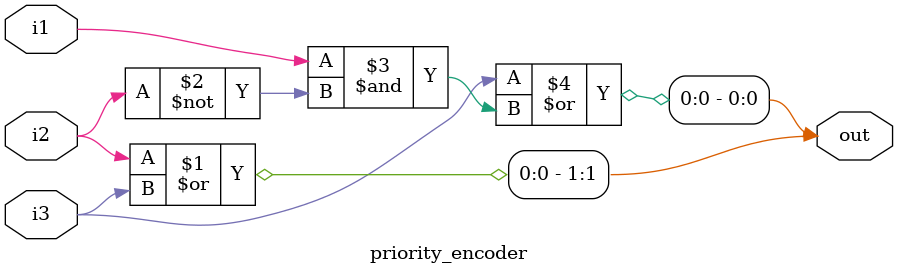
<source format=v>
`timescale 1ns / 1ps
module Dependency_Check_Block_2(ins, clk, reset, imm, op_dec, RW_dm, mux_sel_A, mux_sel_B, imm_sel, mem_en_ex, mem_rw_ex, mem_mux_sel_dm
);

input [31:0] ins;
input clk,reset;
output reg [15:0] imm;
output reg [5:0] op_dec;
output [4:0] RW_dm;
output [1:0] mux_sel_A,mux_sel_B;
output imm_sel,mem_en_ex,mem_rw_ex,mem_mux_sel_dm;

wire JMP,COND_J,LD_FB,LD1,ST,IMM;
wire Q1,Q2,Q3,Q4,Q7;
wire [14:0] input_extend,and01;
wire and1,and2,and3,and4;
reg [4:0] reg1,reg2,reg3,reg4,reg5,reg6;
wire comp1,comp2,comp3,comp4,comp5,comp6;

assign JMP = (~ins[26]) & (~ins[27]) & (~ins[28]) & (ins[29]) & (ins[30]) & (~ins[31]);
assign COND_J = (ins[28]) & (ins[29]) & (ins[30]) & (~ins[31]);
assign LD_FB = (~ins[26]) & (~ins[27]) & (ins[28]) & (~ins[29]) & (ins[30]) & (~ins[31]) & (~Q1);
assign LD1 = (~ins[26]) & (~ins[27]) & (ins[28]) & (~ins[29]) & (ins[30]) & (~ins[31]);
assign ST = (ins[26]) & (~ins[27]) & (ins[28]) & (~ins[29]) & (ins[30]) & (~ins[31]);
assign IMM = (ins[29]) & (~ins[30]) & (~ins[31]);

DFlipFlop d1(LD_FB, clk, reset, Q1);
DFlipFlop d2(ins[26], clk, reset, Q2);
DFlipFlop d3(LD1 & (~Q3), clk, reset, Q3);
DFlipFlop d4(ST, clk, reset, Q4);
DFlipFlop d5(IMM, clk, reset, imm_sel);
DFlipFlop d6(Q2, clk, reset, mem_rw_ex);
DFlipFlop d7((~Q2) & (Q3 | Q4) , clk, reset, Q7);
DFlipFlop d8((Q3 | Q4) , clk, reset, mem_en_ex);
DFlipFlop d9(Q7, clk, reset, mem_mux_sel_dm);

assign input_extend[0] = ~(JMP | COND_J | Q1);
assign input_extend[14:1] = input_extend[0]==1 ? 14'b11111111111111 : 14'b00000000000000;
assign and01 = input_extend[14:0] & ins[25:11];

assign comp1 = (reg4 == reg1) ? 1'b1 : 1'b0;
assign comp2 = (reg5 == reg1) ? 1'b1 : 1'b0;
assign comp3 = (reg6 == reg1) ? 1'b1 : 1'b0;
assign comp4 = (reg4 == reg3) ? 1'b1 : 1'b0;
assign comp5 = (reg5 == reg3) ? 1'b1 : 1'b0;
assign comp6 = (reg6 == reg3) ? 1'b1 : 1'b0;

assign and1 = ~comp1 & comp2;
assign and2 = ~comp1 & ~comp2 & comp3;
assign and3 = ~comp4 & comp5;
assign and4 = ~comp4 & ~comp5 & comp6;

priority_encoder p1(comp1,and1,and2,mux_sel_A);
priority_encoder p2(comp4,and3,and4,mux_sel_B);
assign RW_dm = reg5;

always@(posedge clk)
begin
if(reset)
begin
imm <= ins[15:0];
op_dec <= ins[31:26];
reg1 <= and01[9:5];
reg2 <= and01[14:10];
reg3 <= and01[4:0];
reg4 <= reg2;
reg5 <= reg4;
reg6 <= reg5;
end
else
begin
imm <= 16'b0000000000000000;
op_dec <= 6'b000000;
reg1 <= 5'b00000;
reg2 <= 5'b00000;
reg3 <= 5'b00000;
reg4 <= 5'b00000;
reg5 <= 5'b00000;
reg6 <= 5'b00000;
end

end

endmodule


module priority_encoder(i1,i2,i3,out);

input i1,i2,i3;
output [1:0] out;

assign out[1] = i2 | i3;
assign out[0] = i3 | (i1 & (~i2));

endmodule






















/*`timescale 1ns / 1ps
//////////////////////////////////////////////////////////////////////////////////
// Company: 
// Engineer: 
// 
// Create Date:    13:59:28 09/30/2019 
// Design Name: 
// Module Name:    Dependency_Check_Block_2 
// Project Name: 
// Target Devices: 
// Tool versions: 
// Description: 
//
// Dependencies: 
//
// Revision: 
// Revision 0.01 - File Created
// Additional Comments: 
//
//////////////////////////////////////////////////////////////////////////////////
module Dependency_Check_Block_2(ins, clk, reset, imm, op_dec, RW_dm, mux_sel_A, mux_sel_B, imm_sel, mem_en_ex, mem_rw_ex, mem_mux_sel_dm
    );
	 input [31:0] ins;
	 input clk,reset;
	 output [15:0] imm;
    output [5:0] op_dec;
    output [4:0] RW_dm;
	 output [1:0] mux_sel_A, mux_sel_B;
    output  imm_sel, mem_en_ex, mem_rw_ex, mem_mux_sel_dm;
	 
	 wire ST,LD1,Imm,LD_fb,Cond_J,JMP;
	 
	 wire temp_LD_fb;
	 reg temp_LD_fb_reg;
	 assign temp_LD_fb = (reset)? LD_fb : 1'b0;
	  
	 assign ST = (ins[26])&(~ins[27])&(ins[28])&(~ins[29])&(ins[30])&(~ins[31]);
	 assign LD1 = (~ins[26])&(~ins[27])&(ins[28])&(~ins[29])&(ins[30])&(~ins[31]);
	 assign Imm = (ins[29])&(~ins[30])&(~ins[31]);      
	 assign LD_fb = (~ins[26])&(~ins[27])&(ins[28])&(~ins[29])&(ins[30])&(~ins[31]) & (~(temp_LD_fb_reg));
	 assign Cond_J = (ins[28])&(ins[29])&(ins[30])&(~ins[31]);
	 assign JMP = (~ins[26])&(~ins[27])&(~ins[28])&(ins[29])&(ins[30])&(~ins[31]);
	 
	 wire LD_and,temp_LD_and;                               // 2nd last register LD_and (down)
	 reg temp_LD_and_reg;
	 assign LD_and = (LD1)&(~temp_LD_and_reg);
	 assign temp_LD_and = (reset)? LD_and : 1'b0;
	 
	 wire temp_ins26;
	 reg temp_ins26_reg;
	 assign temp_ins26 = (reset) ? ins[26] : 1'b0;  // 1st reg
	 
	 wire temp_st;
	 reg temp_st_reg;
	 assign temp_st = (reset) ? ST : 1'b0;	   // 3rd reg
	 
	 wire LD_ST_OR;
	 assign LD_ST_OR = (temp_st_reg|temp_LD_and_reg);  // OR of LD_ST
	 
	 wire ins26_LDSTor_AND;
	 assign ins26_LDSTor_AND =  ((~temp_ins26_reg)&(LD_ST_OR)); 
	 
	 wire temp_ins26_2;  
	 reg temp_ins26_2_reg;
	 assign temp_ins26_2 = (reset)? temp_ 	ins26_reg : 1'b0;   // register after 1st reg (ins_26)
	 
	
	 assign mem_rw_ex = temp_ins26_2_reg;  // output after 1st register flow ie x1
	 
	 wire temp_ins26_LDSTor_AND;    // flow of 2nd reg
	 reg  temp_ins26_LDSTor_AND_reg;
	 assign temp_ins26_LDSTor_AND = (reset) ? ins26_LDSTor_AND : 1'b0;
	 
	 wire temp_last_2;
	 reg temp_last_2_reg;
	 assign temp_last_2 = (reset) ? temp_ins26_LDSTor_AND_reg : 1'b0;  
	 assign mem_mux_sel_dm =  temp_last_2_reg;       // 2nd output x1
	 
	 wire temp_LD_ST_OR;
	 reg temp_LD_ST_OR_reg;
	 assign temp_LD_ST_OR = (reset) ? LD_ST_OR : 1'b0;
	 assign mem_en_ex = temp_LD_ST_OR_reg;          // 3rd output x1
	 
	 wire temp_Imm;
	 reg temp_Imm_reg;
	 assign temp_Imm = (reset) ? Imm : 1'b0;
	 assign imm_sel = temp_Imm_reg;       // output before 1st (imm_sel)
	 
	 wire jump_LD_fb_OR;
	 assign jump_LD_fb_OR = (~(JMP | Cond_J | temp_LD_fb_reg));  // NOR of JMP, con_jmp, LD_JMP
	 
	 wire[14:0] input_extend;
	 assign input_extend = (jump_LD_fb_OR==1) ? 15'b111111111111111 : 15'b000000000000000;  // input extend 15 bits
	 
	 wire [14:0] ins_inputExtend_AND;
	 assign ins_inputExtend_AND = (ins[25:11] & input_extend);  // and block of ins and input extend
	 
	 // 6 registers of ins_and extend
	 
	 wire [4:0] temp1_ins_extend_and;
	 reg [4:0] temp1_ins_extend_and_reg;	 
	 assign temp1_ins_extend_and = (reset==1)? (ins_inputExtend_AND[9:5]) : 5'b00000;
	 
	 wire [4:0] temp2_ins_extend_and;
	 reg [4:0] temp2_ins_extend_and_reg;	 
	 assign  temp2_ins_extend_and = (reset)? (ins_inputExtend_AND[14:10]) : 5'b00000;
	  
	 wire [4:0] temp3_ins_extend_and;
	 reg [4:0] temp3_ins_extend_and_reg;	 
	 assign  temp3_ins_extend_and = (reset)? temp2_ins_extend_and_reg : 5'b00000;
	  
	 wire [4:0] temp4_ins_extend_and;
	 reg [4:0] temp4_ins_extend_and_reg;	 
	 assign  temp4_ins_extend_and = (reset)? temp3_ins_extend_and_reg:5'b00000;
	 
	 wire [4:0] temp5_ins_extend_and;
	 reg [4:0] temp5_ins_extend_and_reg;	 
	 assign  temp5_ins_extend_and = (reset)? temp4_ins_extend_and_reg: 5'b00000;
	 
	 wire [4:0] temp6_ins_extend_and;
	 reg [4:0] temp6_ins_extend_and_reg;	 
	 assign  temp6_ins_extend_and = (reset)? (ins_inputExtend_AND[4:0]) : 5'b00000;
	 
	 assign RW_dm = temp4_ins_extend_and_reg;  // output RW(2)
	 
	 always@(posedge clk)
	 begin
	 
	 temp_LD_fb_reg <= temp_LD_fb;
	 temp_LD_and_reg <= temp_LD_and;
	 temp_ins26_reg <= temp_ins26;
	 temp_st_reg <= temp_st;
	 temp_ins26_2_reg <= temp_ins26_2;
	 temp_ins26_LDSTor_AND_reg <= temp_ins26_LDSTor_AND;
	 temp_last_2_reg <= temp_last_2;
	 temp_LD_ST_OR_reg <= temp_LD_ST_OR;
	 temp_Imm_reg <= temp_Imm;
	 
	 temp1_ins_extend_and_reg <= temp1_ins_extend_and;
	 temp2_ins_extend_and_reg <= temp2_ins_extend_and;
	 temp3_ins_extend_and_reg <= temp3_ins_extend_and;
	 temp4_ins_extend_and_reg <= temp4_ins_extend_and;
	 temp5_ins_extend_and_reg <= temp5_ins_extend_and;
	 temp6_ins_extend_and_reg <= temp6_ins_extend_and;
	 
	 temp_ins26_31_reg <= temp_ins26_31;
	 temp_ins32_reg <= temp_ins32;
	 	 	 
	 end	
		
	 //comparators
	 wire comp1,comp2,comp3,comp4,comp5,comp6;
	 
	 assign comp1 = (temp1_ins_extend_and_reg == temp3_ins_extend_and_reg) ? 1'b1 :1'b0;
	 assign comp2 = (temp1_ins_extend_and_reg == temp4_ins_extend_and_reg) ? 1'b1 :1'b0;
	 assign comp3 = (temp1_ins_extend_and_reg == temp5_ins_extend_and_reg) ? 1'b1 :1'b0;
	 assign comp4 = (temp3_ins_extend_and_reg == temp6_ins_extend_and_reg) ? 1'b1 :1'b0;
	 assign comp5 = (temp4_ins_extend_and_reg == temp6_ins_extend_and_reg) ? 1'b1 :1'b0;
	 assign comp6 = (temp5_ins_extend_and_reg == temp6_ins_extend_and_reg) ? 1'b1 :1'b0;
	 
	 wire comp12_AND, comp123_AND, comp45_AND, comp456_AND;
	 assign comp12_AND = (~comp1 & comp2);
	 assign comp123_AND = (~comp1 & ~comp2 & comp3);
    assign comp45_AND = (~comp4 & comp5);
    assign comp456_AND = (~comp4 & ~comp5 & comp6);
    
    assign mux_sel_A = (comp1==1) ? 2'b01 : (comp12_AND==1) ? 2'b10 : (comp123_AND==1) ? 2'b11 : 2'b00; // final output  
	 assign mux_sel_B = (comp4==1) ? 2'b01 : ( comp45_AND==1) ? 2'b10 : (comp456_AND==1) ? 2'b11 : 2'b00;	
	 
	  wire [5:0] temp_ins26_31;
	 reg [5:0] temp_ins26_31_reg;
	 assign temp_ins26_31 = (reset) ? ins[31:26] : 6'b000000;
	 assign op_dec = temp_ins26_31_reg;   // output 1st (op_dec) upper part

    wire[15:0] temp_ins32;	 
	 reg [15:0] temp_ins32_reg;
	 assign temp_ins32 = (reset) ? ins[15:0] : 16'h0000;
	 assign imm = temp_ins32_reg;
	 

endmodule*/

</source>
